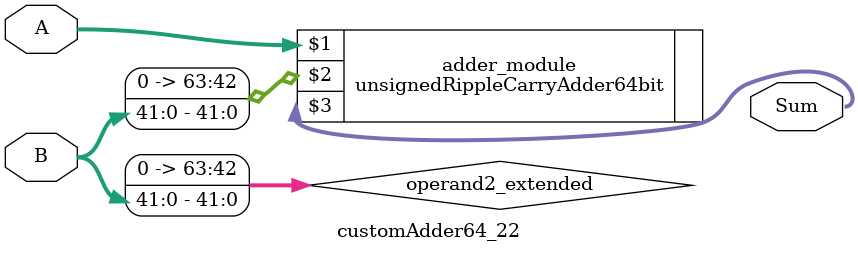
<source format=v>
module customAdder64_22(
                        input [63 : 0] A,
                        input [41 : 0] B,
                        
                        output [64 : 0] Sum
                );

        wire [63 : 0] operand2_extended;
        
        assign operand2_extended =  {22'b0, B};
        
        unsignedRippleCarryAdder64bit adder_module(
            A,
            operand2_extended,
            Sum
        );
        
        endmodule
        
</source>
